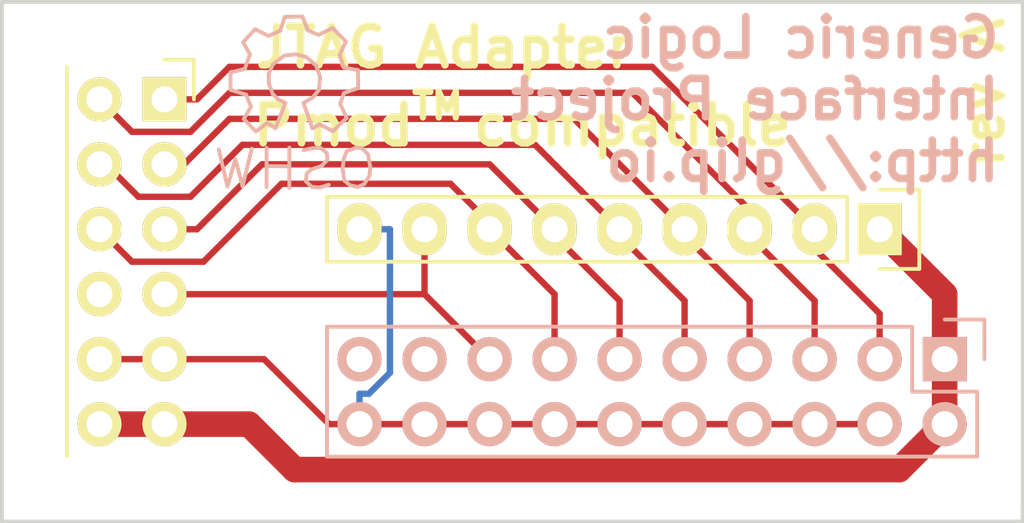
<source format=kicad_pcb>
(kicad_pcb (version 20171130) (host pcbnew "(5.1.12)-1")

  (general
    (thickness 1.6)
    (drawings 13)
    (tracks 76)
    (zones 0)
    (modules 4)
    (nets 13)
  )

  (page A4)
  (layers
    (0 F.Cu signal)
    (31 B.Cu signal)
    (32 B.Adhes user)
    (33 F.Adhes user)
    (34 B.Paste user)
    (35 F.Paste user)
    (36 B.SilkS user)
    (37 F.SilkS user)
    (38 B.Mask user)
    (39 F.Mask user)
    (40 Dwgs.User user)
    (41 Cmts.User user)
    (42 Eco1.User user)
    (43 Eco2.User user)
    (44 Edge.Cuts user)
    (45 Margin user)
    (46 B.CrtYd user)
    (47 F.CrtYd user)
    (48 B.Fab user)
    (49 F.Fab user)
  )

  (setup
    (last_trace_width 0.25)
    (user_trace_width 0.5)
    (user_trace_width 1)
    (trace_clearance 0.2)
    (zone_clearance 0.508)
    (zone_45_only no)
    (trace_min 0.2)
    (via_size 0.6)
    (via_drill 0.4)
    (via_min_size 0.4)
    (via_min_drill 0.3)
    (uvia_size 0.3)
    (uvia_drill 0.1)
    (uvias_allowed no)
    (uvia_min_size 0.2)
    (uvia_min_drill 0.1)
    (edge_width 0.15)
    (segment_width 0.2)
    (pcb_text_width 0.3)
    (pcb_text_size 1.5 1.5)
    (mod_edge_width 0.15)
    (mod_text_size 1 1)
    (mod_text_width 0.15)
    (pad_size 1.524 1.524)
    (pad_drill 0.762)
    (pad_to_mask_clearance 0.2)
    (aux_axis_origin 0 0)
    (visible_elements 7FFFFFFF)
    (pcbplotparams
      (layerselection 0x010f0_ffffffff)
      (usegerberextensions false)
      (usegerberattributes true)
      (usegerberadvancedattributes true)
      (creategerberjobfile true)
      (excludeedgelayer true)
      (linewidth 0.100000)
      (plotframeref false)
      (viasonmask false)
      (mode 1)
      (useauxorigin false)
      (hpglpennumber 1)
      (hpglpenspeed 20)
      (hpglpendiameter 15.000000)
      (psnegative false)
      (psa4output false)
      (plotreference true)
      (plotvalue true)
      (plotinvisibletext false)
      (padsonsilk false)
      (subtractmaskfromsilk false)
      (outputformat 1)
      (mirror false)
      (drillshape 0)
      (scaleselection 1)
      (outputdirectory "gerber/"))
  )

  (net 0 "")
  (net 1 "Net-(P1-Pad8)")
  (net 2 GND)
  (net 3 +3V3)
  (net 4 "Net-(P2-Pad17)")
  (net 5 "Net-(P2-Pad19)")
  (net 6 TSRST_N)
  (net 7 TTDO)
  (net 8 TRTCK)
  (net 9 TTCK)
  (net 10 TTMS)
  (net 11 TTDI)
  (net 12 TTRST_N)

  (net_class Default "This is the default net class."
    (clearance 0.2)
    (trace_width 0.25)
    (via_dia 0.6)
    (via_drill 0.4)
    (uvia_dia 0.3)
    (uvia_drill 0.1)
    (add_net +3V3)
    (add_net GND)
    (add_net "Net-(P1-Pad8)")
    (add_net "Net-(P2-Pad17)")
    (add_net "Net-(P2-Pad19)")
    (add_net TRTCK)
    (add_net TSRST_N)
    (add_net TTCK)
    (add_net TTDI)
    (add_net TTDO)
    (add_net TTMS)
    (add_net TTRST_N)
  )

  (module Socket_Strips:Socket_Strip_Straight_2x10 (layer B.Cu) (tedit 5684F38B) (tstamp 0)
    (at 165.1 110.49 180)
    (descr "Through hole socket strip")
    (tags "socket strip")
    (path /5684E299)
    (fp_text reference P2 (at 0 5.1 180) (layer B.SilkS) hide
      (effects (font (size 1 1) (thickness 0.15)) (justify mirror))
    )
    (fp_text value CONN_02X10 (at 0 3.1 180) (layer B.Fab) hide
      (effects (font (size 1 1) (thickness 0.15)) (justify mirror))
    )
    (fp_line (start -1.55 1.55) (end -1.55 0) (layer B.SilkS) (width 0.15))
    (fp_line (start 1.27 -1.27) (end 1.27 1.27) (layer B.SilkS) (width 0.15))
    (fp_line (start -1.27 -1.27) (end 1.27 -1.27) (layer B.SilkS) (width 0.15))
    (fp_line (start 0 1.55) (end -1.55 1.55) (layer B.SilkS) (width 0.15))
    (fp_line (start -1.27 -3.81) (end -1.27 -1.27) (layer B.SilkS) (width 0.15))
    (fp_line (start 24.13 -3.81) (end 24.13 1.27) (layer B.SilkS) (width 0.15))
    (fp_line (start 1.27 1.27) (end 24.13 1.27) (layer B.SilkS) (width 0.15))
    (fp_line (start 24.13 -3.81) (end -1.27 -3.81) (layer B.SilkS) (width 0.15))
    (fp_line (start -1.75 -4.3) (end 24.65 -4.3) (layer B.CrtYd) (width 0.05))
    (fp_line (start -1.75 1.75) (end 24.65 1.75) (layer B.CrtYd) (width 0.05))
    (fp_line (start 24.65 1.75) (end 24.65 -4.3) (layer B.CrtYd) (width 0.05))
    (fp_line (start -1.75 1.75) (end -1.75 -4.3) (layer B.CrtYd) (width 0.05))
    (pad 1 thru_hole rect (at 0 0 180) (size 1.7272 1.7272) (drill 1.016) (layers *.Cu *.Mask B.SilkS)
      (net 3 +3V3))
    (pad 2 thru_hole oval (at 0 -2.54 180) (size 1.7272 1.7272) (drill 1.016) (layers *.Cu *.Mask B.SilkS)
      (net 3 +3V3))
    (pad 3 thru_hole oval (at 2.54 0 180) (size 1.7272 1.7272) (drill 1.016) (layers *.Cu *.Mask B.SilkS)
      (net 12 TTRST_N))
    (pad 4 thru_hole oval (at 2.54 -2.54 180) (size 1.7272 1.7272) (drill 1.016) (layers *.Cu *.Mask B.SilkS)
      (net 2 GND))
    (pad 5 thru_hole oval (at 5.08 0 180) (size 1.7272 1.7272) (drill 1.016) (layers *.Cu *.Mask B.SilkS)
      (net 11 TTDI))
    (pad 6 thru_hole oval (at 5.08 -2.54 180) (size 1.7272 1.7272) (drill 1.016) (layers *.Cu *.Mask B.SilkS)
      (net 2 GND))
    (pad 7 thru_hole oval (at 7.62 0 180) (size 1.7272 1.7272) (drill 1.016) (layers *.Cu *.Mask B.SilkS)
      (net 10 TTMS))
    (pad 8 thru_hole oval (at 7.62 -2.54 180) (size 1.7272 1.7272) (drill 1.016) (layers *.Cu *.Mask B.SilkS)
      (net 2 GND))
    (pad 9 thru_hole oval (at 10.16 0 180) (size 1.7272 1.7272) (drill 1.016) (layers *.Cu *.Mask B.SilkS)
      (net 9 TTCK))
    (pad 10 thru_hole oval (at 10.16 -2.54 180) (size 1.7272 1.7272) (drill 1.016) (layers *.Cu *.Mask B.SilkS)
      (net 2 GND))
    (pad 11 thru_hole oval (at 12.7 0 180) (size 1.7272 1.7272) (drill 1.016) (layers *.Cu *.Mask B.SilkS)
      (net 8 TRTCK))
    (pad 12 thru_hole oval (at 12.7 -2.54 180) (size 1.7272 1.7272) (drill 1.016) (layers *.Cu *.Mask B.SilkS)
      (net 2 GND))
    (pad 13 thru_hole oval (at 15.24 0 180) (size 1.7272 1.7272) (drill 1.016) (layers *.Cu *.Mask B.SilkS)
      (net 7 TTDO))
    (pad 14 thru_hole oval (at 15.24 -2.54 180) (size 1.7272 1.7272) (drill 1.016) (layers *.Cu *.Mask B.SilkS)
      (net 2 GND))
    (pad 15 thru_hole oval (at 17.78 0 180) (size 1.7272 1.7272) (drill 1.016) (layers *.Cu *.Mask B.SilkS)
      (net 6 TSRST_N))
    (pad 16 thru_hole oval (at 17.78 -2.54 180) (size 1.7272 1.7272) (drill 1.016) (layers *.Cu *.Mask B.SilkS)
      (net 2 GND))
    (pad 17 thru_hole oval (at 20.32 0 180) (size 1.7272 1.7272) (drill 1.016) (layers *.Cu *.Mask B.SilkS)
      (net 4 "Net-(P2-Pad17)"))
    (pad 18 thru_hole oval (at 20.32 -2.54 180) (size 1.7272 1.7272) (drill 1.016) (layers *.Cu *.Mask B.SilkS)
      (net 2 GND))
    (pad 19 thru_hole oval (at 22.86 0 180) (size 1.7272 1.7272) (drill 1.016) (layers *.Cu *.Mask B.SilkS)
      (net 5 "Net-(P2-Pad19)"))
    (pad 20 thru_hole oval (at 22.86 -2.54 180) (size 1.7272 1.7272) (drill 1.016) (layers *.Cu *.Mask B.SilkS)
      (net 2 GND))
    (model Socket_Strips.3dshapes/Socket_Strip_Straight_2x10.wrl
      (offset (xyz 11.42999982833862 -1.269999980926514 0))
      (scale (xyz 1 1 1))
      (rotate (xyz 0 0 180))
    )
  )

  (module Socket_Strips:Socket_Strip_Straight_1x09 (layer F.Cu) (tedit 5684FB23) (tstamp 5684F0DE)
    (at 162.56 105.41 180)
    (descr "Through hole socket strip")
    (tags "socket strip")
    (path /5684F679)
    (fp_text reference P3 (at 0 -5.1 180) (layer F.SilkS) hide
      (effects (font (size 1 1) (thickness 0.15)))
    )
    (fp_text value CONN_01X09 (at 0 -3.1 180) (layer F.Fab) hide
      (effects (font (size 1 1) (thickness 0.15)))
    )
    (fp_line (start -1.55 -1.55) (end -1.55 1.55) (layer F.SilkS) (width 0.15))
    (fp_line (start 0 -1.55) (end -1.55 -1.55) (layer F.SilkS) (width 0.15))
    (fp_line (start 1.27 1.27) (end 1.27 -1.27) (layer F.SilkS) (width 0.15))
    (fp_line (start -1.55 1.55) (end 0 1.55) (layer F.SilkS) (width 0.15))
    (fp_line (start 21.59 -1.27) (end 1.27 -1.27) (layer F.SilkS) (width 0.15))
    (fp_line (start 21.59 1.27) (end 21.59 -1.27) (layer F.SilkS) (width 0.15))
    (fp_line (start 1.27 1.27) (end 21.59 1.27) (layer F.SilkS) (width 0.15))
    (fp_line (start -1.75 1.75) (end 22.1 1.75) (layer F.CrtYd) (width 0.05))
    (fp_line (start -1.75 -1.75) (end 22.1 -1.75) (layer F.CrtYd) (width 0.05))
    (fp_line (start 22.1 -1.75) (end 22.1 1.75) (layer F.CrtYd) (width 0.05))
    (fp_line (start -1.75 -1.75) (end -1.75 1.75) (layer F.CrtYd) (width 0.05))
    (pad 1 thru_hole rect (at 0 0 180) (size 1.7272 2.032) (drill 1.016) (layers *.Cu *.Mask F.SilkS)
      (net 3 +3V3))
    (pad 2 thru_hole oval (at 2.54 0 180) (size 1.7272 2.032) (drill 1.016) (layers *.Cu *.Mask F.SilkS)
      (net 12 TTRST_N))
    (pad 3 thru_hole oval (at 5.08 0 180) (size 1.7272 2.032) (drill 1.016) (layers *.Cu *.Mask F.SilkS)
      (net 11 TTDI))
    (pad 4 thru_hole oval (at 7.62 0 180) (size 1.7272 2.032) (drill 1.016) (layers *.Cu *.Mask F.SilkS)
      (net 10 TTMS))
    (pad 5 thru_hole oval (at 10.16 0 180) (size 1.7272 2.032) (drill 1.016) (layers *.Cu *.Mask F.SilkS)
      (net 9 TTCK))
    (pad 6 thru_hole oval (at 12.7 0 180) (size 1.7272 2.032) (drill 1.016) (layers *.Cu *.Mask F.SilkS)
      (net 8 TRTCK))
    (pad 7 thru_hole oval (at 15.24 0 180) (size 1.7272 2.032) (drill 1.016) (layers *.Cu *.Mask F.SilkS)
      (net 7 TTDO))
    (pad 8 thru_hole oval (at 17.78 0 180) (size 1.7272 2.032) (drill 1.016) (layers *.Cu *.Mask F.SilkS)
      (net 6 TSRST_N))
    (pad 9 thru_hole oval (at 20.32 0 180) (size 1.7272 2.032) (drill 1.016) (layers *.Cu *.Mask F.SilkS)
      (net 2 GND))
    (model Socket_Strips.3dshapes/Socket_Strip_Straight_1x09.wrl
      (offset (xyz 10.15999984741211 0 0))
      (scale (xyz 1 1 1))
      (rotate (xyz 0 0 180))
    )
  )

  (module Symbols:Symbol_OSHW-Logo_SilkScreen (layer B.Cu) (tedit 5684FBFE) (tstamp 5684F67F)
    (at 139.7 99.568 180)
    (descr "Symbol, OSHW-Logo, Silk Screen,")
    (tags "Symbol, OSHW-Logo, Silk Screen,")
    (fp_text reference REF** (at 0.09906 4.38912 180) (layer B.SilkS) hide
      (effects (font (size 1 1) (thickness 0.15)) (justify mirror))
    )
    (fp_text value Symbol_OSHW-Logo_SilkScreen (at 0.30988 -6.56082 180) (layer B.Fab) hide
      (effects (font (size 1 1) (thickness 0.15)) (justify mirror))
    )
    (fp_line (start 0.35052 -0.89916) (end 0.7493 -1.89992) (layer B.SilkS) (width 0.15))
    (fp_line (start -0.35052 -0.89916) (end -0.70104 -1.89992) (layer B.SilkS) (width 0.15))
    (fp_line (start -0.70104 -0.70104) (end -0.35052 -0.89916) (layer B.SilkS) (width 0.15))
    (fp_line (start -0.94996 -0.39878) (end -0.70104 -0.70104) (layer B.SilkS) (width 0.15))
    (fp_line (start -1.00076 0.09906) (end -0.94996 -0.39878) (layer B.SilkS) (width 0.15))
    (fp_line (start -0.8509 0.55118) (end -1.00076 0.09906) (layer B.SilkS) (width 0.15))
    (fp_line (start -0.44958 0.89916) (end -0.8509 0.55118) (layer B.SilkS) (width 0.15))
    (fp_line (start -0.0508 1.00076) (end -0.44958 0.89916) (layer B.SilkS) (width 0.15))
    (fp_line (start 0.39878 0.94996) (end -0.0508 1.00076) (layer B.SilkS) (width 0.15))
    (fp_line (start 0.8509 0.59944) (end 0.39878 0.94996) (layer B.SilkS) (width 0.15))
    (fp_line (start 1.00076 0.24892) (end 0.8509 0.59944) (layer B.SilkS) (width 0.15))
    (fp_line (start 1.00076 -0.14986) (end 1.00076 0.24892) (layer B.SilkS) (width 0.15))
    (fp_line (start 0.8509 -0.55118) (end 1.00076 -0.14986) (layer B.SilkS) (width 0.15))
    (fp_line (start 0.65024 -0.7493) (end 0.8509 -0.55118) (layer B.SilkS) (width 0.15))
    (fp_line (start 0.35052 -0.89916) (end 0.65024 -0.7493) (layer B.SilkS) (width 0.15))
    (fp_line (start -1.9304 -0.5207) (end -1.7907 -0.91948) (layer B.SilkS) (width 0.15))
    (fp_line (start -2.4892 -0.32004) (end -1.9304 -0.5207) (layer B.SilkS) (width 0.15))
    (fp_line (start -2.47904 0.381) (end -2.4892 -0.32004) (layer B.SilkS) (width 0.15))
    (fp_line (start -1.9304 0.48006) (end -2.47904 0.381) (layer B.SilkS) (width 0.15))
    (fp_line (start -1.76022 0.96012) (end -1.9304 0.48006) (layer B.SilkS) (width 0.15))
    (fp_line (start -2.00914 1.50114) (end -1.76022 0.96012) (layer B.SilkS) (width 0.15))
    (fp_line (start -1.49098 2.02946) (end -2.00914 1.50114) (layer B.SilkS) (width 0.15))
    (fp_line (start -0.9398 1.76022) (end -1.49098 2.02946) (layer B.SilkS) (width 0.15))
    (fp_line (start -0.5207 1.9304) (end -0.9398 1.76022) (layer B.SilkS) (width 0.15))
    (fp_line (start -0.30988 2.47904) (end -0.5207 1.9304) (layer B.SilkS) (width 0.15))
    (fp_line (start 0.381 2.46126) (end -0.30988 2.47904) (layer B.SilkS) (width 0.15))
    (fp_line (start 0.55118 1.92024) (end 0.381 2.46126) (layer B.SilkS) (width 0.15))
    (fp_line (start 1.02108 1.71958) (end 0.55118 1.92024) (layer B.SilkS) (width 0.15))
    (fp_line (start 1.53924 1.9812) (end 1.02108 1.71958) (layer B.SilkS) (width 0.15))
    (fp_line (start 2.00914 1.47066) (end 1.53924 1.9812) (layer B.SilkS) (width 0.15))
    (fp_line (start 1.7399 1.00076) (end 2.00914 1.47066) (layer B.SilkS) (width 0.15))
    (fp_line (start 1.94056 0.42926) (end 1.7399 1.00076) (layer B.SilkS) (width 0.15))
    (fp_line (start 2.49936 0.28956) (end 1.94056 0.42926) (layer B.SilkS) (width 0.15))
    (fp_line (start 2.49936 -0.39116) (end 2.49936 0.28956) (layer B.SilkS) (width 0.15))
    (fp_line (start 1.88976 -0.57912) (end 2.49936 -0.39116) (layer B.SilkS) (width 0.15))
    (fp_line (start 1.69926 -1.04902) (end 1.88976 -0.57912) (layer B.SilkS) (width 0.15))
    (fp_line (start 1.9812 -1.52908) (end 1.69926 -1.04902) (layer B.SilkS) (width 0.15))
    (fp_line (start 1.50876 -2.0193) (end 1.9812 -1.52908) (layer B.SilkS) (width 0.15))
    (fp_line (start 1.06934 -1.6891) (end 1.50876 -2.0193) (layer B.SilkS) (width 0.15))
    (fp_line (start 0.73914 -1.8796) (end 1.06934 -1.6891) (layer B.SilkS) (width 0.15))
    (fp_line (start -0.98044 -1.7399) (end -0.70104 -1.89992) (layer B.SilkS) (width 0.15))
    (fp_line (start -1.50114 -2.00914) (end -0.98044 -1.7399) (layer B.SilkS) (width 0.15))
    (fp_line (start -2.03962 -1.49098) (end -1.50114 -2.00914) (layer B.SilkS) (width 0.15))
    (fp_line (start -1.78054 -0.92964) (end -2.03962 -1.49098) (layer B.SilkS) (width 0.15))
    (fp_line (start -2.03962 -2.78892) (end -2.4003 -2.65938) (layer B.SilkS) (width 0.15))
    (fp_line (start -1.9304 -3.07086) (end -2.03962 -2.78892) (layer B.SilkS) (width 0.15))
    (fp_line (start -1.8796 -3.4798) (end -1.9304 -3.07086) (layer B.SilkS) (width 0.15))
    (fp_line (start -1.95072 -3.93954) (end -1.8796 -3.4798) (layer B.SilkS) (width 0.15))
    (fp_line (start -2.16916 -4.11988) (end -1.95072 -3.93954) (layer B.SilkS) (width 0.15))
    (fp_line (start -2.47904 -4.191) (end -2.16916 -4.11988) (layer B.SilkS) (width 0.15))
    (fp_line (start -2.7305 -4.06908) (end -2.47904 -4.191) (layer B.SilkS) (width 0.15))
    (fp_line (start -2.93116 -3.74904) (end -2.7305 -4.06908) (layer B.SilkS) (width 0.15))
    (fp_line (start -2.9591 -3.40106) (end -2.93116 -3.74904) (layer B.SilkS) (width 0.15))
    (fp_line (start -2.8702 -2.91084) (end -2.9591 -3.40106) (layer B.SilkS) (width 0.15))
    (fp_line (start -2.6289 -2.66954) (end -2.8702 -2.91084) (layer B.SilkS) (width 0.15))
    (fp_line (start -2.37998 -2.64922) (end -2.6289 -2.66954) (layer B.SilkS) (width 0.15))
    (fp_line (start -0.9906 -4.20878) (end -1.34112 -4.09956) (layer B.SilkS) (width 0.15))
    (fp_line (start -0.67056 -4.18084) (end -0.9906 -4.20878) (layer B.SilkS) (width 0.15))
    (fp_line (start -0.43942 -3.95986) (end -0.67056 -4.18084) (layer B.SilkS) (width 0.15))
    (fp_line (start -0.48006 -3.66014) (end -0.43942 -3.95986) (layer B.SilkS) (width 0.15))
    (fp_line (start -0.6604 -3.50012) (end -0.48006 -3.66014) (layer B.SilkS) (width 0.15))
    (fp_line (start -1.04902 -3.37058) (end -0.6604 -3.50012) (layer B.SilkS) (width 0.15))
    (fp_line (start -1.29032 -3.12928) (end -1.04902 -3.37058) (layer B.SilkS) (width 0.15))
    (fp_line (start -1.25984 -2.86004) (end -1.29032 -3.12928) (layer B.SilkS) (width 0.15))
    (fp_line (start -1.02108 -2.65938) (end -1.25984 -2.86004) (layer B.SilkS) (width 0.15))
    (fp_line (start -0.70104 -2.66954) (end -1.02108 -2.65938) (layer B.SilkS) (width 0.15))
    (fp_line (start -0.35052 -2.75082) (end -0.70104 -2.66954) (layer B.SilkS) (width 0.15))
    (fp_line (start 0.20066 -4.21894) (end 0.21082 -4.20878) (layer B.SilkS) (width 0.15))
    (fp_line (start 0.20066 -2.64922) (end 0.20066 -4.21894) (layer B.SilkS) (width 0.15))
    (fp_line (start 1.08966 -2.65938) (end 1.08966 -4.20116) (layer B.SilkS) (width 0.15))
    (fp_line (start 1.04902 -3.38074) (end 1.04902 -3.37058) (layer B.SilkS) (width 0.15))
    (fp_line (start 1.03886 -3.37058) (end 1.04902 -3.38074) (layer B.SilkS) (width 0.15))
    (fp_line (start 0.24892 -3.38074) (end 1.03886 -3.37058) (layer B.SilkS) (width 0.15))
    (fp_line (start 2.61874 -4.17068) (end 2.9591 -2.72034) (layer B.SilkS) (width 0.15))
    (fp_line (start 2.30886 -3.0988) (end 2.61874 -4.17068) (layer B.SilkS) (width 0.15))
    (fp_line (start 2.02946 -4.16052) (end 2.30886 -3.0988) (layer B.SilkS) (width 0.15))
    (fp_line (start 1.66878 -2.68986) (end 2.02946 -4.16052) (layer B.SilkS) (width 0.15))
  )

  (module armjtag-pmod:Socket_Strip_Angled_2x06 (layer F.Cu) (tedit 5684FB6E) (tstamp 0)
    (at 134.62 100.33 270)
    (descr "Through hole socket strip")
    (tags "socket strip")
    (path /5684E274)
    (fp_text reference P1 (at 0 -4.6 270) (layer F.SilkS) hide
      (effects (font (size 1 1) (thickness 0.15)))
    )
    (fp_text value CONN_02X06 (at 0 -2.6 270) (layer F.Fab) hide
      (effects (font (size 1 1) (thickness 0.15)))
    )
    (fp_line (start -1.55 -1.15) (end -1.55 0) (layer F.SilkS) (width 0.15))
    (fp_line (start 0 -1.15) (end -1.55 -1.15) (layer F.SilkS) (width 0.15))
    (fp_line (start -1.27 3.81) (end 1.27 3.81) (layer F.SilkS) (width 0.15))
    (fp_line (start 1.27 3.81) (end 3.81 3.81) (layer F.SilkS) (width 0.15))
    (fp_line (start 3.81 3.81) (end 6.35 3.81) (layer F.SilkS) (width 0.15))
    (fp_line (start 6.35 3.81) (end 8.89 3.81) (layer F.SilkS) (width 0.15))
    (fp_line (start 8.89 3.81) (end 11.43 3.81) (layer F.SilkS) (width 0.15))
    (fp_line (start 11.43 3.81) (end 13.97 3.81) (layer F.SilkS) (width 0.15))
    (pad 1 thru_hole rect (at 0 0 270) (size 1.7272 1.7272) (drill 1.016) (layers *.Cu *.Mask F.SilkS)
      (net 12 TTRST_N))
    (pad 2 thru_hole oval (at 0 2.54 270) (size 1.7272 1.7272) (drill 1.016) (layers *.Cu *.Mask F.SilkS)
      (net 11 TTDI))
    (pad 3 thru_hole oval (at 2.54 0 270) (size 1.7272 1.7272) (drill 1.016) (layers *.Cu *.Mask F.SilkS)
      (net 10 TTMS))
    (pad 4 thru_hole oval (at 2.54 2.54 270) (size 1.7272 1.7272) (drill 1.016) (layers *.Cu *.Mask F.SilkS)
      (net 9 TTCK))
    (pad 5 thru_hole oval (at 5.08 0 270) (size 1.7272 1.7272) (drill 1.016) (layers *.Cu *.Mask F.SilkS)
      (net 8 TRTCK))
    (pad 6 thru_hole oval (at 5.08 2.54 270) (size 1.7272 1.7272) (drill 1.016) (layers *.Cu *.Mask F.SilkS)
      (net 7 TTDO))
    (pad 7 thru_hole oval (at 7.62 0 270) (size 1.7272 1.7272) (drill 1.016) (layers *.Cu *.Mask F.SilkS)
      (net 6 TSRST_N))
    (pad 8 thru_hole oval (at 7.62 2.54 270) (size 1.7272 1.7272) (drill 1.016) (layers *.Cu *.Mask F.SilkS)
      (net 1 "Net-(P1-Pad8)"))
    (pad 9 thru_hole oval (at 10.16 0 270) (size 1.7272 1.7272) (drill 1.016) (layers *.Cu *.Mask F.SilkS)
      (net 2 GND))
    (pad 10 thru_hole oval (at 10.16 2.54 270) (size 1.7272 1.7272) (drill 1.016) (layers *.Cu *.Mask F.SilkS)
      (net 2 GND))
    (pad 11 thru_hole oval (at 12.7 0 270) (size 1.7272 1.7272) (drill 1.016) (layers *.Cu *.Mask F.SilkS)
      (net 3 +3V3))
    (pad 12 thru_hole oval (at 12.7 2.54 270) (size 1.7272 1.7272) (drill 1.016) (layers *.Cu *.Mask F.SilkS)
      (net 3 +3V3))
    (model Socket_Strips.3dshapes/Socket_Strip_Angled_2x06.wrl
      (offset (xyz 6.349999904632568 -1.269999980926514 0))
      (scale (xyz 1 1 1))
      (rotate (xyz 0 0 180))
    )
  )

  (gr_line (start 168.148 116.84) (end 168.148 116.332) (angle 90) (layer Edge.Cuts) (width 0.15))
  (gr_line (start 168.148 116.586) (end 168.148 96.52) (angle 90) (layer Edge.Cuts) (width 0.15))
  (gr_line (start 128.27 96.52) (end 168.148 96.52) (angle 90) (layer Edge.Cuts) (width 0.15))
  (gr_line (start 128.27 116.84) (end 168.148 116.84) (angle 90) (layer Edge.Cuts) (width 0.15))
  (gr_line (start 128.27 116.84) (end 128.27 116.586) (angle 90) (layer Edge.Cuts) (width 0.15))
  (gr_line (start 128.27 97.282) (end 128.27 96.52) (angle 90) (layer Edge.Cuts) (width 0.15))
  (gr_line (start 128.27 116.586) (end 128.27 97.282) (angle 90) (layer Edge.Cuts) (width 0.15))
  (gr_text "rev A" (at 166.624 100.076 90) (layer F.SilkS)
    (effects (font (size 1.5 1.5) (thickness 0.3)))
  )
  (gr_text "Generic Logic\nInterface Project\nhttp://glip.io\n" (at 167.386 100.33) (layer B.SilkS)
    (effects (font (size 1.5 1.5) (thickness 0.3)) (justify left mirror))
  )
  (gr_text compatible (at 152.908 101.346) (layer F.SilkS)
    (effects (font (size 1.5 1.5) (thickness 0.3)))
  )
  (gr_text TM (at 145.288 100.584) (layer F.SilkS)
    (effects (font (size 1 1) (thickness 0.25)))
  )
  (gr_text Pmod (at 141.224 101.346) (layer F.SilkS)
    (effects (font (size 1.5 1.5) (thickness 0.3)))
  )
  (gr_text "JTAG Adapter" (at 145.542 98.298) (layer F.SilkS)
    (effects (font (size 1.5 1.5) (thickness 0.3)))
  )

  (segment (start 160.02 113.03) (end 162.56 113.03) (width 0.25) (layer F.Cu) (net 2))
  (segment (start 157.48 113.03) (end 160.02 113.03) (width 0.25) (layer F.Cu) (net 2))
  (segment (start 154.94 113.03) (end 157.48 113.03) (width 0.25) (layer F.Cu) (net 2))
  (segment (start 152.4 113.03) (end 154.94 113.03) (width 0.25) (layer F.Cu) (net 2))
  (segment (start 149.86 113.03) (end 152.4 113.03) (width 0.25) (layer F.Cu) (net 2))
  (segment (start 147.32 113.03) (end 149.86 113.03) (width 0.25) (layer F.Cu) (net 2))
  (segment (start 144.78 113.03) (end 147.32 113.03) (width 0.25) (layer F.Cu) (net 2))
  (segment (start 142.24 113.03) (end 144.78 113.03) (width 0.25) (layer F.Cu) (net 2))
  (segment (start 141.6457 113.03) (end 142.24 113.03) (width 0.25) (layer F.Cu) (net 2))
  (segment (start 141.6457 113.03) (end 141.0513 113.03) (width 0.25) (layer F.Cu) (net 2))
  (segment (start 142.24 113.03) (end 142.24 111.8413) (width 0.25) (layer B.Cu) (net 2))
  (segment (start 142.24 105.41) (end 143.4287 105.41) (width 0.25) (layer B.Cu) (net 2))
  (segment (start 143.4287 105.41) (end 143.4287 111.022) (width 0.25) (layer B.Cu) (net 2))
  (segment (start 143.4287 111.022) (end 142.6094 111.8413) (width 0.25) (layer B.Cu) (net 2))
  (segment (start 142.6094 111.8413) (end 142.24 111.8413) (width 0.25) (layer B.Cu) (net 2))
  (segment (start 134.62 110.49) (end 138.5113 110.49) (width 0.25) (layer F.Cu) (net 2))
  (segment (start 138.5113 110.49) (end 141.0513 113.03) (width 0.25) (layer F.Cu) (net 2))
  (segment (start 132.08 110.49) (end 134.62 110.49) (width 0.25) (layer F.Cu) (net 2))
  (segment (start 165.1 113.03) (end 165.1 110.49) (width 1) (layer F.Cu) (net 3))
  (segment (start 134.62 113.03) (end 137.922 113.03) (width 1) (layer F.Cu) (net 3))
  (segment (start 137.922 113.03) (end 139.7 114.808) (width 1) (layer F.Cu) (net 3))
  (segment (start 139.7 114.808) (end 163.322 114.808) (width 1) (layer F.Cu) (net 3))
  (segment (start 163.322 114.808) (end 165.1 113.03) (width 1) (layer F.Cu) (net 3))
  (segment (start 165.1 110.49) (end 165.1 107.95) (width 1) (layer F.Cu) (net 3))
  (segment (start 165.1 107.95) (end 162.56 105.41) (width 1) (layer F.Cu) (net 3))
  (segment (start 134.62 113.03) (end 132.08 113.03) (width 1) (layer F.Cu) (net 3))
  (segment (start 144.78 107.95) (end 147.32 110.49) (width 0.25) (layer F.Cu) (net 6))
  (segment (start 134.62 107.95) (end 144.78 107.95) (width 0.25) (layer F.Cu) (net 6))
  (segment (start 144.78 105.41) (end 144.78 107.95) (width 0.25) (layer F.Cu) (net 6))
  (segment (start 147.32 105.41) (end 147.32 105.156) (width 0.25) (layer F.Cu) (net 7))
  (segment (start 147.32 105.156) (end 145.796 103.632) (width 0.25) (layer F.Cu) (net 7))
  (segment (start 145.796 103.632) (end 139.192 103.632) (width 0.25) (layer F.Cu) (net 7))
  (segment (start 139.192 103.632) (end 136.144 106.68) (width 0.25) (layer F.Cu) (net 7))
  (segment (start 136.144 106.68) (end 133.35 106.68) (width 0.25) (layer F.Cu) (net 7))
  (segment (start 133.35 106.68) (end 132.08 105.41) (width 0.25) (layer F.Cu) (net 7))
  (segment (start 149.86 110.49) (end 149.86 107.95) (width 0.25) (layer F.Cu) (net 7))
  (segment (start 149.86 107.95) (end 147.32 105.41) (width 0.25) (layer F.Cu) (net 7))
  (segment (start 134.62 105.41) (end 135.89 105.41) (width 0.25) (layer F.Cu) (net 8))
  (segment (start 135.89 105.41) (end 138.43 102.87) (width 0.25) (layer F.Cu) (net 8))
  (segment (start 138.43 102.87) (end 147.32 102.87) (width 0.25) (layer F.Cu) (net 8))
  (segment (start 147.32 102.87) (end 149.86 105.41) (width 0.25) (layer F.Cu) (net 8))
  (segment (start 149.86 105.41) (end 149.86 105.664) (width 0.25) (layer F.Cu) (net 8))
  (segment (start 149.86 105.664) (end 152.4 108.204) (width 0.25) (layer F.Cu) (net 8))
  (segment (start 152.4 108.204) (end 152.4 110.49) (width 0.25) (layer F.Cu) (net 8))
  (segment (start 132.08 102.87) (end 132.334 102.87) (width 0.25) (layer F.Cu) (net 9))
  (segment (start 132.334 102.87) (end 133.604 104.14) (width 0.25) (layer F.Cu) (net 9))
  (segment (start 133.604 104.14) (end 135.636 104.14) (width 0.25) (layer F.Cu) (net 9))
  (segment (start 135.636 104.14) (end 137.668 102.108) (width 0.25) (layer F.Cu) (net 9))
  (segment (start 137.668 102.108) (end 149.098 102.108) (width 0.25) (layer F.Cu) (net 9))
  (segment (start 149.098 102.108) (end 152.4 105.41) (width 0.25) (layer F.Cu) (net 9))
  (segment (start 154.94 110.49) (end 154.94 108.204) (width 0.25) (layer F.Cu) (net 9))
  (segment (start 154.94 108.204) (end 152.4 105.664) (width 0.25) (layer F.Cu) (net 9))
  (segment (start 152.4 105.664) (end 152.4 105.41) (width 0.25) (layer F.Cu) (net 9))
  (segment (start 134.62 102.87) (end 135.382 102.87) (width 0.25) (layer F.Cu) (net 10))
  (segment (start 135.382 102.87) (end 137.16 101.092) (width 0.25) (layer F.Cu) (net 10))
  (segment (start 137.16 101.092) (end 150.622 101.092) (width 0.25) (layer F.Cu) (net 10))
  (segment (start 150.622 101.092) (end 154.94 105.41) (width 0.25) (layer F.Cu) (net 10))
  (segment (start 154.94 105.41) (end 154.94 105.664) (width 0.25) (layer F.Cu) (net 10))
  (segment (start 154.94 105.664) (end 157.48 108.204) (width 0.25) (layer F.Cu) (net 10))
  (segment (start 157.48 108.204) (end 157.48 110.49) (width 0.25) (layer F.Cu) (net 10))
  (segment (start 157.48 105.41) (end 157.48 104.648) (width 0.25) (layer F.Cu) (net 11))
  (segment (start 157.48 104.648) (end 152.908 100.076) (width 0.25) (layer F.Cu) (net 11))
  (segment (start 152.908 100.076) (end 137.16 100.076) (width 0.25) (layer F.Cu) (net 11))
  (segment (start 137.16 100.076) (end 135.636 101.6) (width 0.25) (layer F.Cu) (net 11))
  (segment (start 135.636 101.6) (end 133.35 101.6) (width 0.25) (layer F.Cu) (net 11))
  (segment (start 133.35 101.6) (end 132.08 100.33) (width 0.25) (layer F.Cu) (net 11))
  (segment (start 160.02 110.49) (end 160.02 108.204) (width 0.25) (layer F.Cu) (net 11))
  (segment (start 160.02 108.204) (end 157.48 105.664) (width 0.25) (layer F.Cu) (net 11))
  (segment (start 157.48 105.664) (end 157.48 105.41) (width 0.25) (layer F.Cu) (net 11))
  (segment (start 134.62 100.33) (end 135.89 100.33) (width 0.25) (layer F.Cu) (net 12))
  (segment (start 135.89 100.33) (end 137.16 99.06) (width 0.25) (layer F.Cu) (net 12))
  (segment (start 137.16 99.06) (end 153.67 99.06) (width 0.25) (layer F.Cu) (net 12))
  (segment (start 153.67 99.06) (end 160.02 105.41) (width 0.25) (layer F.Cu) (net 12))
  (segment (start 160.02 105.41) (end 160.02 106.172) (width 0.25) (layer F.Cu) (net 12))
  (segment (start 160.02 106.172) (end 162.56 108.712) (width 0.25) (layer F.Cu) (net 12))
  (segment (start 162.56 108.712) (end 162.56 110.49) (width 0.25) (layer F.Cu) (net 12))

)

</source>
